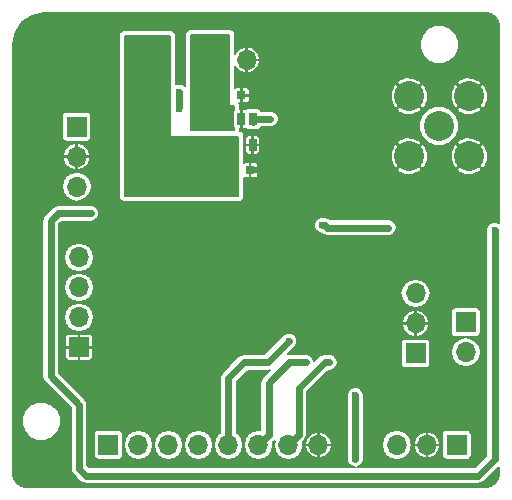
<source format=gbr>
G04 #@! TF.GenerationSoftware,KiCad,Pcbnew,(2017-04-02 revision 2c33fad45)-master*
G04 #@! TF.CreationDate,2017-04-07T18:54:23+05:30*
G04 #@! TF.ProjectId,LoRaBoard,4C6F5261426F6172642E6B696361645F,rev?*
G04 #@! TF.FileFunction,Copper,L2,Bot,Signal*
G04 #@! TF.FilePolarity,Positive*
%FSLAX46Y46*%
G04 Gerber Fmt 4.6, Leading zero omitted, Abs format (unit mm)*
G04 Created by KiCad (PCBNEW (2017-04-02 revision 2c33fad45)-master) date Fri Apr  7 18:54:23 2017*
%MOMM*%
%LPD*%
G01*
G04 APERTURE LIST*
%ADD10C,0.100000*%
%ADD11R,0.800000X0.750000*%
%ADD12R,1.700000X1.700000*%
%ADD13O,1.700000X1.700000*%
%ADD14R,0.500000X0.900000*%
%ADD15R,0.650000X1.060000*%
%ADD16C,2.540000*%
%ADD17C,0.600000*%
%ADD18C,0.600000*%
%ADD19C,1.000000*%
%ADD20C,0.450000*%
%ADD21C,0.550000*%
%ADD22C,0.400000*%
%ADD23C,0.200000*%
G04 APERTURE END LIST*
D10*
D11*
X157750000Y-104400000D03*
X156250000Y-104400000D03*
X157000000Y-110750000D03*
X158500000Y-110750000D03*
D12*
X143800000Y-107060000D03*
D13*
X143800000Y-109600000D03*
X143800000Y-112140000D03*
D12*
X172500000Y-126250000D03*
D13*
X172500000Y-123710000D03*
X172500000Y-121170000D03*
D12*
X176000000Y-134000000D03*
D13*
X173460000Y-134000000D03*
X170920000Y-134000000D03*
D12*
X144000000Y-125740000D03*
D13*
X144000000Y-123200000D03*
X144000000Y-120660000D03*
X144000000Y-118120000D03*
D12*
X146500000Y-134000000D03*
D13*
X149040000Y-134000000D03*
X151580000Y-134000000D03*
X154120000Y-134000000D03*
X156660000Y-134000000D03*
X159200000Y-134000000D03*
X161740000Y-134000000D03*
X164280000Y-134000000D03*
D12*
X176750000Y-123600000D03*
D13*
X176750000Y-126140000D03*
D12*
X155660000Y-101400000D03*
D13*
X158200000Y-101400000D03*
D14*
X153950000Y-105400000D03*
X152450000Y-105400000D03*
D15*
X156800000Y-106400000D03*
X157750000Y-106400000D03*
X158700000Y-106400000D03*
X158700000Y-108600000D03*
X156800000Y-108600000D03*
D16*
X174500000Y-107000000D03*
X177040000Y-104460000D03*
X177040000Y-109540000D03*
X171960000Y-104460000D03*
X171960000Y-109540000D03*
D12*
X149600000Y-101300000D03*
D17*
X148800000Y-103600000D03*
X154800000Y-111800000D03*
X156400000Y-112200000D03*
X164600000Y-115400000D03*
X170200000Y-115600000D03*
X145600000Y-104300000D03*
X169000000Y-128500000D03*
X163900000Y-110600000D03*
X170400000Y-116800000D03*
X146800000Y-105200000D03*
X166000000Y-109200000D03*
X150600000Y-115000000D03*
X169600000Y-125000000D03*
X165600000Y-106200000D03*
X155600000Y-127000000D03*
X150800000Y-125200000D03*
X155100000Y-106900000D03*
X167400000Y-129800000D03*
X167400000Y-135200000D03*
X165200000Y-127000000D03*
X163200000Y-127000000D03*
X161800000Y-125200000D03*
X152500000Y-104100000D03*
X160200000Y-106400000D03*
X179200000Y-115800000D03*
X145000000Y-114400000D03*
D18*
X148800000Y-103600000D02*
X149000000Y-103600000D01*
D19*
X154800000Y-111800000D02*
X154800000Y-111000000D01*
D18*
X156400000Y-112200000D02*
X156400000Y-111200000D01*
X156400000Y-111200000D02*
X156550000Y-111200000D01*
X156550000Y-111200000D02*
X157000000Y-110750000D01*
X165000000Y-115600000D02*
X164800000Y-115400000D01*
X164800000Y-115400000D02*
X164600000Y-115400000D01*
X170200000Y-115600000D02*
X165000000Y-115600000D01*
X145600000Y-104300000D02*
X145600000Y-104700000D01*
X169000000Y-128500000D02*
X168800000Y-128300000D01*
X168800000Y-128300000D02*
X168500000Y-128300000D01*
D20*
X163900000Y-110600000D02*
X164700000Y-110600000D01*
X164700000Y-110600000D02*
X164800000Y-110500000D01*
D18*
X170400000Y-116800000D02*
X171100000Y-116800000D01*
D21*
X161300001Y-109499999D02*
X160050000Y-110750000D01*
X160050000Y-110750000D02*
X158500000Y-110750000D01*
X165699999Y-109499999D02*
X161300001Y-109499999D01*
X146800000Y-105200000D02*
X146600000Y-105400000D01*
X166000000Y-109200000D02*
X165699999Y-109499999D01*
X150600000Y-115000000D02*
X150800000Y-115200000D01*
X169600000Y-125000000D02*
X169899999Y-124699999D01*
X165600000Y-106200000D02*
X165300001Y-106500001D01*
D18*
X155400000Y-126200000D02*
X155200000Y-126000000D01*
X155400000Y-126375736D02*
X155400000Y-126200000D01*
X155600000Y-127000000D02*
X155600000Y-126575736D01*
X155600000Y-126575736D02*
X155400000Y-126375736D01*
X150800000Y-125200000D02*
X151600000Y-125200000D01*
X155100000Y-106900000D02*
X155200000Y-106800000D01*
X167400000Y-135200000D02*
X167400000Y-129800000D01*
X162589999Y-129210001D02*
X164800000Y-127000000D01*
X164800000Y-127000000D02*
X165200000Y-127000000D01*
X161740000Y-134000000D02*
X162589999Y-133150001D01*
X162589999Y-133150001D02*
X162589999Y-129210001D01*
X161800000Y-127000000D02*
X163200000Y-127000000D01*
X160049999Y-128750001D02*
X161800000Y-127000000D01*
X159200000Y-134000000D02*
X160049999Y-133150001D01*
X160049999Y-133150001D02*
X160049999Y-128750001D01*
X158000000Y-127000000D02*
X160000000Y-127000000D01*
X160000000Y-127000000D02*
X161800000Y-125200000D01*
X156660000Y-128340000D02*
X158000000Y-127000000D01*
X156660000Y-134000000D02*
X156660000Y-128340000D01*
X152450000Y-105400000D02*
X152450000Y-104150000D01*
X152450000Y-104150000D02*
X152500000Y-104100000D01*
X158700000Y-106400000D02*
X160200000Y-106400000D01*
D22*
X158700000Y-106400000D02*
X158700000Y-106700000D01*
D18*
X179200000Y-135200000D02*
X179200000Y-115800000D01*
X177800000Y-136600000D02*
X179200000Y-135200000D01*
X144600000Y-136600000D02*
X177800000Y-136600000D01*
X144000000Y-136000000D02*
X144600000Y-136600000D01*
X144000000Y-130600000D02*
X144000000Y-136000000D01*
X141600000Y-128200000D02*
X144000000Y-130600000D01*
X141600000Y-115000000D02*
X141600000Y-128200000D01*
X142200000Y-114400000D02*
X141600000Y-115000000D01*
X145000000Y-114400000D02*
X142200000Y-114400000D01*
D23*
G36*
X151700000Y-107800000D02*
X151707879Y-107838906D01*
X151730273Y-107871681D01*
X151763654Y-107893161D01*
X151800000Y-107900000D01*
X157500000Y-107900000D01*
X157500000Y-112900000D01*
X147900000Y-112900000D01*
X147900000Y-99400000D01*
X151700000Y-99400000D01*
X151700000Y-107800000D01*
X151700000Y-107800000D01*
G37*
X151700000Y-107800000D02*
X151707879Y-107838906D01*
X151730273Y-107871681D01*
X151763654Y-107893161D01*
X151800000Y-107900000D01*
X157500000Y-107900000D01*
X157500000Y-112900000D01*
X147900000Y-112900000D01*
X147900000Y-99400000D01*
X151700000Y-99400000D01*
X151700000Y-107800000D01*
G36*
X156700000Y-105200000D02*
X156707879Y-105238906D01*
X156730273Y-105271681D01*
X156763654Y-105293161D01*
X156800000Y-105300000D01*
X157100000Y-105300000D01*
X157100000Y-105637121D01*
X157049296Y-105711329D01*
X157017164Y-105870000D01*
X157017164Y-106930000D01*
X157045056Y-107078231D01*
X157100000Y-107163617D01*
X157100000Y-107300000D01*
X153500000Y-107300000D01*
X153500000Y-99300000D01*
X156700000Y-99300000D01*
X156700000Y-105200000D01*
X156700000Y-105200000D01*
G37*
X156700000Y-105200000D02*
X156707879Y-105238906D01*
X156730273Y-105271681D01*
X156763654Y-105293161D01*
X156800000Y-105300000D01*
X157100000Y-105300000D01*
X157100000Y-105637121D01*
X157049296Y-105711329D01*
X157017164Y-105870000D01*
X157017164Y-106930000D01*
X157045056Y-107078231D01*
X157100000Y-107163617D01*
X157100000Y-107300000D01*
X153500000Y-107300000D01*
X153500000Y-99300000D01*
X156700000Y-99300000D01*
X156700000Y-105200000D01*
G36*
X178898443Y-97538071D02*
X179236227Y-97763771D01*
X179461929Y-98101557D01*
X179550000Y-98544320D01*
X179550000Y-115187384D01*
X179339850Y-115100122D01*
X179061372Y-115099879D01*
X178804000Y-115206223D01*
X178606915Y-115402964D01*
X178500122Y-115660150D01*
X178499879Y-115938628D01*
X178500000Y-115938921D01*
X178500000Y-134910050D01*
X177510050Y-135900000D01*
X167538921Y-135900000D01*
X167796000Y-135793777D01*
X167993085Y-135597036D01*
X168099878Y-135339850D01*
X168100121Y-135061372D01*
X168100000Y-135061079D01*
X168100000Y-133975511D01*
X169670000Y-133975511D01*
X169670000Y-134024489D01*
X169765151Y-134502843D01*
X170036117Y-134908372D01*
X170441646Y-135179338D01*
X170920000Y-135274489D01*
X171398354Y-135179338D01*
X171803883Y-134908372D01*
X172074849Y-134502843D01*
X172134183Y-134204550D01*
X172328335Y-134204550D01*
X172492756Y-134622049D01*
X172804431Y-134944847D01*
X173215911Y-135123800D01*
X173255451Y-135131662D01*
X173435000Y-135074709D01*
X173435000Y-134025000D01*
X173485000Y-134025000D01*
X173485000Y-135074709D01*
X173664549Y-135131662D01*
X173704089Y-135123800D01*
X174115569Y-134944847D01*
X174427244Y-134622049D01*
X174591665Y-134204550D01*
X174534731Y-134025000D01*
X173485000Y-134025000D01*
X173435000Y-134025000D01*
X172385269Y-134025000D01*
X172328335Y-134204550D01*
X172134183Y-134204550D01*
X172170000Y-134024489D01*
X172170000Y-133975511D01*
X172134184Y-133795450D01*
X172328335Y-133795450D01*
X172385269Y-133975000D01*
X173435000Y-133975000D01*
X173435000Y-132925291D01*
X173485000Y-132925291D01*
X173485000Y-133975000D01*
X174534731Y-133975000D01*
X174591665Y-133795450D01*
X174427244Y-133377951D01*
X174207148Y-133150000D01*
X174742164Y-133150000D01*
X174742164Y-134850000D01*
X174770056Y-134998231D01*
X174857660Y-135134372D01*
X174991329Y-135225704D01*
X175150000Y-135257836D01*
X176850000Y-135257836D01*
X176998231Y-135229944D01*
X177134372Y-135142340D01*
X177225704Y-135008671D01*
X177257836Y-134850000D01*
X177257836Y-133150000D01*
X177229944Y-133001769D01*
X177142340Y-132865628D01*
X177008671Y-132774296D01*
X176850000Y-132742164D01*
X175150000Y-132742164D01*
X175001769Y-132770056D01*
X174865628Y-132857660D01*
X174774296Y-132991329D01*
X174742164Y-133150000D01*
X174207148Y-133150000D01*
X174115569Y-133055153D01*
X173704089Y-132876200D01*
X173664549Y-132868338D01*
X173485000Y-132925291D01*
X173435000Y-132925291D01*
X173255451Y-132868338D01*
X173215911Y-132876200D01*
X172804431Y-133055153D01*
X172492756Y-133377951D01*
X172328335Y-133795450D01*
X172134184Y-133795450D01*
X172074849Y-133497157D01*
X171803883Y-133091628D01*
X171398354Y-132820662D01*
X170920000Y-132725511D01*
X170441646Y-132820662D01*
X170036117Y-133091628D01*
X169765151Y-133497157D01*
X169670000Y-133975511D01*
X168100000Y-133975511D01*
X168100000Y-129800000D01*
X168100121Y-129661372D01*
X167993777Y-129404000D01*
X167797036Y-129206915D01*
X167539850Y-129100122D01*
X167261372Y-129099879D01*
X167004000Y-129206223D01*
X166806915Y-129402964D01*
X166700122Y-129660150D01*
X166699879Y-129938628D01*
X166700000Y-129938921D01*
X166700000Y-135199962D01*
X166699879Y-135338628D01*
X166806223Y-135596000D01*
X167002964Y-135793085D01*
X167260150Y-135899878D01*
X167399962Y-135900000D01*
X144889950Y-135900000D01*
X144700000Y-135710050D01*
X144700000Y-133150000D01*
X145242164Y-133150000D01*
X145242164Y-134850000D01*
X145270056Y-134998231D01*
X145357660Y-135134372D01*
X145491329Y-135225704D01*
X145650000Y-135257836D01*
X147350000Y-135257836D01*
X147498231Y-135229944D01*
X147634372Y-135142340D01*
X147725704Y-135008671D01*
X147757836Y-134850000D01*
X147757836Y-133975511D01*
X147790000Y-133975511D01*
X147790000Y-134024489D01*
X147885151Y-134502843D01*
X148156117Y-134908372D01*
X148561646Y-135179338D01*
X149040000Y-135274489D01*
X149518354Y-135179338D01*
X149923883Y-134908372D01*
X150194849Y-134502843D01*
X150290000Y-134024489D01*
X150290000Y-133975511D01*
X150330000Y-133975511D01*
X150330000Y-134024489D01*
X150425151Y-134502843D01*
X150696117Y-134908372D01*
X151101646Y-135179338D01*
X151580000Y-135274489D01*
X152058354Y-135179338D01*
X152463883Y-134908372D01*
X152734849Y-134502843D01*
X152830000Y-134024489D01*
X152830000Y-133975511D01*
X152870000Y-133975511D01*
X152870000Y-134024489D01*
X152965151Y-134502843D01*
X153236117Y-134908372D01*
X153641646Y-135179338D01*
X154120000Y-135274489D01*
X154598354Y-135179338D01*
X155003883Y-134908372D01*
X155274849Y-134502843D01*
X155370000Y-134024489D01*
X155370000Y-133975511D01*
X155410000Y-133975511D01*
X155410000Y-134024489D01*
X155505151Y-134502843D01*
X155776117Y-134908372D01*
X156181646Y-135179338D01*
X156660000Y-135274489D01*
X157138354Y-135179338D01*
X157543883Y-134908372D01*
X157814849Y-134502843D01*
X157910000Y-134024489D01*
X157910000Y-133975511D01*
X157814849Y-133497157D01*
X157543883Y-133091628D01*
X157360000Y-132968761D01*
X157360000Y-128629950D01*
X158289950Y-127700000D01*
X160000000Y-127700000D01*
X160137375Y-127672675D01*
X159555024Y-128255026D01*
X159403283Y-128482122D01*
X159403283Y-128482123D01*
X159349999Y-128750001D01*
X159349999Y-132755348D01*
X159200000Y-132725511D01*
X158721646Y-132820662D01*
X158316117Y-133091628D01*
X158045151Y-133497157D01*
X157950000Y-133975511D01*
X157950000Y-134024489D01*
X158045151Y-134502843D01*
X158316117Y-134908372D01*
X158721646Y-135179338D01*
X159200000Y-135274489D01*
X159678354Y-135179338D01*
X160083883Y-134908372D01*
X160354849Y-134502843D01*
X160450000Y-134024489D01*
X160450000Y-133975511D01*
X160410918Y-133779032D01*
X160544974Y-133644976D01*
X160560315Y-133622017D01*
X160490000Y-133975511D01*
X160490000Y-134024489D01*
X160585151Y-134502843D01*
X160856117Y-134908372D01*
X161261646Y-135179338D01*
X161740000Y-135274489D01*
X162218354Y-135179338D01*
X162623883Y-134908372D01*
X162894849Y-134502843D01*
X162954183Y-134204550D01*
X163148335Y-134204550D01*
X163312756Y-134622049D01*
X163624431Y-134944847D01*
X164035911Y-135123800D01*
X164075451Y-135131662D01*
X164255000Y-135074709D01*
X164255000Y-134025000D01*
X164305000Y-134025000D01*
X164305000Y-135074709D01*
X164484549Y-135131662D01*
X164524089Y-135123800D01*
X164935569Y-134944847D01*
X165247244Y-134622049D01*
X165411665Y-134204550D01*
X165354731Y-134025000D01*
X164305000Y-134025000D01*
X164255000Y-134025000D01*
X163205269Y-134025000D01*
X163148335Y-134204550D01*
X162954183Y-134204550D01*
X162990000Y-134024489D01*
X162990000Y-133975511D01*
X162954184Y-133795450D01*
X163148335Y-133795450D01*
X163205269Y-133975000D01*
X164255000Y-133975000D01*
X164255000Y-132925291D01*
X164305000Y-132925291D01*
X164305000Y-133975000D01*
X165354731Y-133975000D01*
X165411665Y-133795450D01*
X165247244Y-133377951D01*
X164935569Y-133055153D01*
X164524089Y-132876200D01*
X164484549Y-132868338D01*
X164305000Y-132925291D01*
X164255000Y-132925291D01*
X164075451Y-132868338D01*
X164035911Y-132876200D01*
X163624431Y-133055153D01*
X163312756Y-133377951D01*
X163148335Y-133795450D01*
X162954184Y-133795450D01*
X162950918Y-133779032D01*
X163084974Y-133644976D01*
X163236715Y-133417880D01*
X163289999Y-133150001D01*
X163289999Y-129499951D01*
X165089949Y-127700000D01*
X165199962Y-127700000D01*
X165338628Y-127700121D01*
X165596000Y-127593777D01*
X165793085Y-127397036D01*
X165899878Y-127139850D01*
X165900121Y-126861372D01*
X165793777Y-126604000D01*
X165597036Y-126406915D01*
X165339850Y-126300122D01*
X165061372Y-126299879D01*
X165061079Y-126300000D01*
X164800000Y-126300000D01*
X164532122Y-126353284D01*
X164305025Y-126505025D01*
X164305023Y-126505028D01*
X163900079Y-126909972D01*
X163900121Y-126861372D01*
X163793777Y-126604000D01*
X163597036Y-126406915D01*
X163339850Y-126300122D01*
X163061372Y-126299879D01*
X163061079Y-126300000D01*
X161800000Y-126300000D01*
X161662624Y-126327326D01*
X162294543Y-125695406D01*
X162393085Y-125597036D01*
X162474901Y-125400000D01*
X171242164Y-125400000D01*
X171242164Y-127100000D01*
X171270056Y-127248231D01*
X171357660Y-127384372D01*
X171491329Y-127475704D01*
X171650000Y-127507836D01*
X173350000Y-127507836D01*
X173498231Y-127479944D01*
X173634372Y-127392340D01*
X173725704Y-127258671D01*
X173757836Y-127100000D01*
X173757836Y-126140000D01*
X175475511Y-126140000D01*
X175570662Y-126618354D01*
X175841628Y-127023883D01*
X176247157Y-127294849D01*
X176725511Y-127390000D01*
X176774489Y-127390000D01*
X177252843Y-127294849D01*
X177658372Y-127023883D01*
X177929338Y-126618354D01*
X178024489Y-126140000D01*
X177929338Y-125661646D01*
X177658372Y-125256117D01*
X177252843Y-124985151D01*
X176774489Y-124890000D01*
X176725511Y-124890000D01*
X176247157Y-124985151D01*
X175841628Y-125256117D01*
X175570662Y-125661646D01*
X175475511Y-126140000D01*
X173757836Y-126140000D01*
X173757836Y-125400000D01*
X173729944Y-125251769D01*
X173642340Y-125115628D01*
X173508671Y-125024296D01*
X173350000Y-124992164D01*
X171650000Y-124992164D01*
X171501769Y-125020056D01*
X171365628Y-125107660D01*
X171274296Y-125241329D01*
X171242164Y-125400000D01*
X162474901Y-125400000D01*
X162499878Y-125339850D01*
X162500121Y-125061372D01*
X162393777Y-124804000D01*
X162197036Y-124606915D01*
X161939850Y-124500122D01*
X161661372Y-124499879D01*
X161404000Y-124606223D01*
X161206915Y-124802964D01*
X161206793Y-124803258D01*
X159710050Y-126300000D01*
X158000000Y-126300000D01*
X157732122Y-126353284D01*
X157505025Y-126505025D01*
X156165025Y-127845025D01*
X156013284Y-128072121D01*
X155976902Y-128255026D01*
X155960000Y-128340000D01*
X155960000Y-132968761D01*
X155776117Y-133091628D01*
X155505151Y-133497157D01*
X155410000Y-133975511D01*
X155370000Y-133975511D01*
X155274849Y-133497157D01*
X155003883Y-133091628D01*
X154598354Y-132820662D01*
X154120000Y-132725511D01*
X153641646Y-132820662D01*
X153236117Y-133091628D01*
X152965151Y-133497157D01*
X152870000Y-133975511D01*
X152830000Y-133975511D01*
X152734849Y-133497157D01*
X152463883Y-133091628D01*
X152058354Y-132820662D01*
X151580000Y-132725511D01*
X151101646Y-132820662D01*
X150696117Y-133091628D01*
X150425151Y-133497157D01*
X150330000Y-133975511D01*
X150290000Y-133975511D01*
X150194849Y-133497157D01*
X149923883Y-133091628D01*
X149518354Y-132820662D01*
X149040000Y-132725511D01*
X148561646Y-132820662D01*
X148156117Y-133091628D01*
X147885151Y-133497157D01*
X147790000Y-133975511D01*
X147757836Y-133975511D01*
X147757836Y-133150000D01*
X147729944Y-133001769D01*
X147642340Y-132865628D01*
X147508671Y-132774296D01*
X147350000Y-132742164D01*
X145650000Y-132742164D01*
X145501769Y-132770056D01*
X145365628Y-132857660D01*
X145274296Y-132991329D01*
X145242164Y-133150000D01*
X144700000Y-133150000D01*
X144700000Y-130600005D01*
X144700001Y-130600000D01*
X144646716Y-130332121D01*
X144555762Y-130196000D01*
X144494975Y-130105025D01*
X144494972Y-130105023D01*
X142300000Y-127910050D01*
X142300000Y-125840000D01*
X142850000Y-125840000D01*
X142850000Y-126649673D01*
X142895672Y-126759936D01*
X142980063Y-126844328D01*
X143090326Y-126890000D01*
X143900000Y-126890000D01*
X143975000Y-126815000D01*
X143975000Y-125765000D01*
X144025000Y-125765000D01*
X144025000Y-126815000D01*
X144100000Y-126890000D01*
X144909674Y-126890000D01*
X145019937Y-126844328D01*
X145104328Y-126759936D01*
X145150000Y-126649673D01*
X145150000Y-125840000D01*
X145075000Y-125765000D01*
X144025000Y-125765000D01*
X143975000Y-125765000D01*
X142925000Y-125765000D01*
X142850000Y-125840000D01*
X142300000Y-125840000D01*
X142300000Y-124830327D01*
X142850000Y-124830327D01*
X142850000Y-125640000D01*
X142925000Y-125715000D01*
X143975000Y-125715000D01*
X143975000Y-124665000D01*
X144025000Y-124665000D01*
X144025000Y-125715000D01*
X145075000Y-125715000D01*
X145150000Y-125640000D01*
X145150000Y-124830327D01*
X145104328Y-124720064D01*
X145019937Y-124635672D01*
X144909674Y-124590000D01*
X144100000Y-124590000D01*
X144025000Y-124665000D01*
X143975000Y-124665000D01*
X143900000Y-124590000D01*
X143090326Y-124590000D01*
X142980063Y-124635672D01*
X142895672Y-124720064D01*
X142850000Y-124830327D01*
X142300000Y-124830327D01*
X142300000Y-123200000D01*
X142725511Y-123200000D01*
X142820662Y-123678354D01*
X143091628Y-124083883D01*
X143497157Y-124354849D01*
X143975511Y-124450000D01*
X144024489Y-124450000D01*
X144502843Y-124354849D01*
X144908372Y-124083883D01*
X145021517Y-123914549D01*
X171368338Y-123914549D01*
X171376200Y-123954089D01*
X171555153Y-124365569D01*
X171877951Y-124677244D01*
X172295450Y-124841665D01*
X172475000Y-124784731D01*
X172475000Y-123735000D01*
X172525000Y-123735000D01*
X172525000Y-124784731D01*
X172704550Y-124841665D01*
X173122049Y-124677244D01*
X173444847Y-124365569D01*
X173623800Y-123954089D01*
X173631662Y-123914549D01*
X173574709Y-123735000D01*
X172525000Y-123735000D01*
X172475000Y-123735000D01*
X171425291Y-123735000D01*
X171368338Y-123914549D01*
X145021517Y-123914549D01*
X145179338Y-123678354D01*
X145213730Y-123505451D01*
X171368338Y-123505451D01*
X171425291Y-123685000D01*
X172475000Y-123685000D01*
X172475000Y-122635269D01*
X172525000Y-122635269D01*
X172525000Y-123685000D01*
X173574709Y-123685000D01*
X173631662Y-123505451D01*
X173623800Y-123465911D01*
X173444847Y-123054431D01*
X173129552Y-122750000D01*
X175492164Y-122750000D01*
X175492164Y-124450000D01*
X175520056Y-124598231D01*
X175607660Y-124734372D01*
X175741329Y-124825704D01*
X175900000Y-124857836D01*
X177600000Y-124857836D01*
X177748231Y-124829944D01*
X177884372Y-124742340D01*
X177975704Y-124608671D01*
X178007836Y-124450000D01*
X178007836Y-122750000D01*
X177979944Y-122601769D01*
X177892340Y-122465628D01*
X177758671Y-122374296D01*
X177600000Y-122342164D01*
X175900000Y-122342164D01*
X175751769Y-122370056D01*
X175615628Y-122457660D01*
X175524296Y-122591329D01*
X175492164Y-122750000D01*
X173129552Y-122750000D01*
X173122049Y-122742756D01*
X172704550Y-122578335D01*
X172525000Y-122635269D01*
X172475000Y-122635269D01*
X172295450Y-122578335D01*
X171877951Y-122742756D01*
X171555153Y-123054431D01*
X171376200Y-123465911D01*
X171368338Y-123505451D01*
X145213730Y-123505451D01*
X145274489Y-123200000D01*
X145179338Y-122721646D01*
X144908372Y-122316117D01*
X144502843Y-122045151D01*
X144024489Y-121950000D01*
X143975511Y-121950000D01*
X143497157Y-122045151D01*
X143091628Y-122316117D01*
X142820662Y-122721646D01*
X142725511Y-123200000D01*
X142300000Y-123200000D01*
X142300000Y-120660000D01*
X142725511Y-120660000D01*
X142820662Y-121138354D01*
X143091628Y-121543883D01*
X143497157Y-121814849D01*
X143975511Y-121910000D01*
X144024489Y-121910000D01*
X144502843Y-121814849D01*
X144908372Y-121543883D01*
X145158192Y-121170000D01*
X171225511Y-121170000D01*
X171320662Y-121648354D01*
X171591628Y-122053883D01*
X171997157Y-122324849D01*
X172475511Y-122420000D01*
X172524489Y-122420000D01*
X173002843Y-122324849D01*
X173408372Y-122053883D01*
X173679338Y-121648354D01*
X173774489Y-121170000D01*
X173679338Y-120691646D01*
X173408372Y-120286117D01*
X173002843Y-120015151D01*
X172524489Y-119920000D01*
X172475511Y-119920000D01*
X171997157Y-120015151D01*
X171591628Y-120286117D01*
X171320662Y-120691646D01*
X171225511Y-121170000D01*
X145158192Y-121170000D01*
X145179338Y-121138354D01*
X145274489Y-120660000D01*
X145179338Y-120181646D01*
X144908372Y-119776117D01*
X144502843Y-119505151D01*
X144024489Y-119410000D01*
X143975511Y-119410000D01*
X143497157Y-119505151D01*
X143091628Y-119776117D01*
X142820662Y-120181646D01*
X142725511Y-120660000D01*
X142300000Y-120660000D01*
X142300000Y-118120000D01*
X142725511Y-118120000D01*
X142820662Y-118598354D01*
X143091628Y-119003883D01*
X143497157Y-119274849D01*
X143975511Y-119370000D01*
X144024489Y-119370000D01*
X144502843Y-119274849D01*
X144908372Y-119003883D01*
X145179338Y-118598354D01*
X145274489Y-118120000D01*
X145179338Y-117641646D01*
X144908372Y-117236117D01*
X144502843Y-116965151D01*
X144024489Y-116870000D01*
X143975511Y-116870000D01*
X143497157Y-116965151D01*
X143091628Y-117236117D01*
X142820662Y-117641646D01*
X142725511Y-118120000D01*
X142300000Y-118120000D01*
X142300000Y-115538628D01*
X163899879Y-115538628D01*
X164006223Y-115796000D01*
X164202964Y-115993085D01*
X164460150Y-116099878D01*
X164512431Y-116099924D01*
X164732121Y-116246716D01*
X165000000Y-116300001D01*
X165000005Y-116300000D01*
X170199962Y-116300000D01*
X170338628Y-116300121D01*
X170596000Y-116193777D01*
X170793085Y-115997036D01*
X170899878Y-115739850D01*
X170900121Y-115461372D01*
X170793777Y-115204000D01*
X170597036Y-115006915D01*
X170339850Y-114900122D01*
X170061372Y-114899879D01*
X170061079Y-114900000D01*
X165287455Y-114900000D01*
X165067879Y-114753284D01*
X164800000Y-114700000D01*
X164600038Y-114700000D01*
X164461372Y-114699879D01*
X164204000Y-114806223D01*
X164006915Y-115002964D01*
X163900122Y-115260150D01*
X163899879Y-115538628D01*
X142300000Y-115538628D01*
X142300000Y-115289950D01*
X142489950Y-115100000D01*
X144999962Y-115100000D01*
X145138628Y-115100121D01*
X145396000Y-114993777D01*
X145593085Y-114797036D01*
X145699878Y-114539850D01*
X145700121Y-114261372D01*
X145593777Y-114004000D01*
X145397036Y-113806915D01*
X145139850Y-113700122D01*
X144861372Y-113699879D01*
X144861079Y-113700000D01*
X142200000Y-113700000D01*
X141932121Y-113753284D01*
X141705025Y-113905025D01*
X141105025Y-114505025D01*
X140953284Y-114732121D01*
X140940578Y-114796000D01*
X140900000Y-115000000D01*
X140900000Y-128200000D01*
X140953284Y-128467879D01*
X141105025Y-128694975D01*
X143300000Y-130889949D01*
X143300000Y-136000000D01*
X143353284Y-136267879D01*
X143505025Y-136494975D01*
X144105025Y-137094975D01*
X144332121Y-137246716D01*
X144600000Y-137300000D01*
X177800000Y-137300000D01*
X178067879Y-137246716D01*
X178294975Y-137094975D01*
X179550000Y-135839950D01*
X179550000Y-136455680D01*
X179461929Y-136898443D01*
X179236227Y-137236229D01*
X178898443Y-137461929D01*
X178455680Y-137550000D01*
X139550000Y-137550000D01*
X139547160Y-137550565D01*
X139101557Y-137461929D01*
X138763771Y-137236227D01*
X138538071Y-136898443D01*
X138450000Y-136455680D01*
X138450000Y-132326765D01*
X139149715Y-132326765D01*
X139400383Y-132933429D01*
X139864130Y-133397986D01*
X140470355Y-133649713D01*
X141126765Y-133650285D01*
X141733429Y-133399617D01*
X142197986Y-132935870D01*
X142449713Y-132329645D01*
X142450285Y-131673235D01*
X142199617Y-131066571D01*
X141735870Y-130602014D01*
X141129645Y-130350287D01*
X140473235Y-130349715D01*
X139866571Y-130600383D01*
X139402014Y-131064130D01*
X139150287Y-131670355D01*
X139149715Y-132326765D01*
X138450000Y-132326765D01*
X138450000Y-112140000D01*
X142525511Y-112140000D01*
X142620662Y-112618354D01*
X142891628Y-113023883D01*
X143297157Y-113294849D01*
X143775511Y-113390000D01*
X143824489Y-113390000D01*
X144302843Y-113294849D01*
X144708372Y-113023883D01*
X144979338Y-112618354D01*
X145074489Y-112140000D01*
X144979338Y-111661646D01*
X144708372Y-111256117D01*
X144302843Y-110985151D01*
X143824489Y-110890000D01*
X143775511Y-110890000D01*
X143297157Y-110985151D01*
X142891628Y-111256117D01*
X142620662Y-111661646D01*
X142525511Y-112140000D01*
X138450000Y-112140000D01*
X138450000Y-109804549D01*
X142668338Y-109804549D01*
X142676200Y-109844089D01*
X142855153Y-110255569D01*
X143177951Y-110567244D01*
X143595450Y-110731665D01*
X143775000Y-110674731D01*
X143775000Y-109625000D01*
X143825000Y-109625000D01*
X143825000Y-110674731D01*
X144004550Y-110731665D01*
X144422049Y-110567244D01*
X144744847Y-110255569D01*
X144923800Y-109844089D01*
X144931662Y-109804549D01*
X144874709Y-109625000D01*
X143825000Y-109625000D01*
X143775000Y-109625000D01*
X142725291Y-109625000D01*
X142668338Y-109804549D01*
X138450000Y-109804549D01*
X138450000Y-109395451D01*
X142668338Y-109395451D01*
X142725291Y-109575000D01*
X143775000Y-109575000D01*
X143775000Y-108525269D01*
X143825000Y-108525269D01*
X143825000Y-109575000D01*
X144874709Y-109575000D01*
X144931662Y-109395451D01*
X144923800Y-109355911D01*
X144744847Y-108944431D01*
X144422049Y-108632756D01*
X144004550Y-108468335D01*
X143825000Y-108525269D01*
X143775000Y-108525269D01*
X143595450Y-108468335D01*
X143177951Y-108632756D01*
X142855153Y-108944431D01*
X142676200Y-109355911D01*
X142668338Y-109395451D01*
X138450000Y-109395451D01*
X138450000Y-106210000D01*
X142542164Y-106210000D01*
X142542164Y-107910000D01*
X142570056Y-108058231D01*
X142657660Y-108194372D01*
X142791329Y-108285704D01*
X142950000Y-108317836D01*
X144650000Y-108317836D01*
X144798231Y-108289944D01*
X144934372Y-108202340D01*
X145025704Y-108068671D01*
X145057836Y-107910000D01*
X145057836Y-106210000D01*
X145029944Y-106061769D01*
X144942340Y-105925628D01*
X144808671Y-105834296D01*
X144650000Y-105802164D01*
X142950000Y-105802164D01*
X142801769Y-105830056D01*
X142665628Y-105917660D01*
X142574296Y-106051329D01*
X142542164Y-106210000D01*
X138450000Y-106210000D01*
X138450000Y-100044319D01*
X138598053Y-99300000D01*
X147400000Y-99300000D01*
X147400000Y-113000000D01*
X147427356Y-113145383D01*
X147513277Y-113278908D01*
X147644378Y-113368486D01*
X147800000Y-113400000D01*
X157600000Y-113400000D01*
X157745383Y-113372644D01*
X157878908Y-113286723D01*
X157968486Y-113155622D01*
X158000000Y-113000000D01*
X158000000Y-111408297D01*
X158040326Y-111425000D01*
X158400000Y-111425000D01*
X158475000Y-111350000D01*
X158475000Y-110775000D01*
X158525000Y-110775000D01*
X158525000Y-111350000D01*
X158600000Y-111425000D01*
X158959674Y-111425000D01*
X159069937Y-111379328D01*
X159154328Y-111294936D01*
X159200000Y-111184673D01*
X159200000Y-110850000D01*
X159125000Y-110775000D01*
X158525000Y-110775000D01*
X158475000Y-110775000D01*
X158455000Y-110775000D01*
X158455000Y-110725000D01*
X158475000Y-110725000D01*
X158475000Y-110150000D01*
X158525000Y-110150000D01*
X158525000Y-110725000D01*
X159125000Y-110725000D01*
X159200000Y-110650000D01*
X159200000Y-110636407D01*
X170898949Y-110636407D01*
X171039437Y-110849577D01*
X171610665Y-111102176D01*
X172235075Y-111116946D01*
X172817607Y-110891642D01*
X172880563Y-110849577D01*
X173021051Y-110636407D01*
X175978949Y-110636407D01*
X176119437Y-110849577D01*
X176690665Y-111102176D01*
X177315075Y-111116946D01*
X177897607Y-110891642D01*
X177960563Y-110849577D01*
X178101051Y-110636407D01*
X177040000Y-109575355D01*
X175978949Y-110636407D01*
X173021051Y-110636407D01*
X171960000Y-109575355D01*
X170898949Y-110636407D01*
X159200000Y-110636407D01*
X159200000Y-110315327D01*
X159154328Y-110205064D01*
X159069937Y-110120672D01*
X158959674Y-110075000D01*
X158600000Y-110075000D01*
X158525000Y-110150000D01*
X158475000Y-110150000D01*
X158400000Y-110075000D01*
X158040326Y-110075000D01*
X158000000Y-110091703D01*
X158000000Y-109815075D01*
X170383054Y-109815075D01*
X170608358Y-110397607D01*
X170650423Y-110460563D01*
X170863593Y-110601051D01*
X171924645Y-109540000D01*
X171995355Y-109540000D01*
X173056407Y-110601051D01*
X173269577Y-110460563D01*
X173522176Y-109889335D01*
X173523932Y-109815075D01*
X175463054Y-109815075D01*
X175688358Y-110397607D01*
X175730423Y-110460563D01*
X175943593Y-110601051D01*
X177004645Y-109540000D01*
X177075355Y-109540000D01*
X178136407Y-110601051D01*
X178349577Y-110460563D01*
X178602176Y-109889335D01*
X178616946Y-109264925D01*
X178391642Y-108682393D01*
X178349577Y-108619437D01*
X178136407Y-108478949D01*
X177075355Y-109540000D01*
X177004645Y-109540000D01*
X175943593Y-108478949D01*
X175730423Y-108619437D01*
X175477824Y-109190665D01*
X175463054Y-109815075D01*
X173523932Y-109815075D01*
X173536946Y-109264925D01*
X173311642Y-108682393D01*
X173269577Y-108619437D01*
X173056407Y-108478949D01*
X171995355Y-109540000D01*
X171924645Y-109540000D01*
X170863593Y-108478949D01*
X170650423Y-108619437D01*
X170397824Y-109190665D01*
X170383054Y-109815075D01*
X158000000Y-109815075D01*
X158000000Y-108700000D01*
X158075000Y-108700000D01*
X158075000Y-109189674D01*
X158120672Y-109299937D01*
X158205064Y-109384328D01*
X158315327Y-109430000D01*
X158600000Y-109430000D01*
X158675000Y-109355000D01*
X158675000Y-108625000D01*
X158725000Y-108625000D01*
X158725000Y-109355000D01*
X158800000Y-109430000D01*
X159084673Y-109430000D01*
X159194936Y-109384328D01*
X159279328Y-109299937D01*
X159325000Y-109189674D01*
X159325000Y-108700000D01*
X159250000Y-108625000D01*
X158725000Y-108625000D01*
X158675000Y-108625000D01*
X158150000Y-108625000D01*
X158075000Y-108700000D01*
X158000000Y-108700000D01*
X158000000Y-108010326D01*
X158075000Y-108010326D01*
X158075000Y-108500000D01*
X158150000Y-108575000D01*
X158675000Y-108575000D01*
X158675000Y-107845000D01*
X158725000Y-107845000D01*
X158725000Y-108575000D01*
X159250000Y-108575000D01*
X159325000Y-108500000D01*
X159325000Y-108443593D01*
X170898949Y-108443593D01*
X171960000Y-109504645D01*
X173021051Y-108443593D01*
X172880563Y-108230423D01*
X172309335Y-107977824D01*
X171684925Y-107963054D01*
X171102393Y-108188358D01*
X171039437Y-108230423D01*
X170898949Y-108443593D01*
X159325000Y-108443593D01*
X159325000Y-108010326D01*
X159279328Y-107900063D01*
X159194936Y-107815672D01*
X159084673Y-107770000D01*
X158800000Y-107770000D01*
X158725000Y-107845000D01*
X158675000Y-107845000D01*
X158600000Y-107770000D01*
X158315327Y-107770000D01*
X158205064Y-107815672D01*
X158120672Y-107900063D01*
X158075000Y-108010326D01*
X158000000Y-108010326D01*
X158000000Y-107800000D01*
X157972644Y-107654617D01*
X157886723Y-107521092D01*
X157755622Y-107431514D01*
X157600000Y-107400000D01*
X157600000Y-107230000D01*
X157650000Y-107230000D01*
X157725000Y-107155000D01*
X157725000Y-106425000D01*
X157705000Y-106425000D01*
X157705000Y-106375000D01*
X157725000Y-106375000D01*
X157725000Y-105645000D01*
X157775000Y-105645000D01*
X157775000Y-106375000D01*
X157795000Y-106375000D01*
X157795000Y-106425000D01*
X157775000Y-106425000D01*
X157775000Y-107155000D01*
X157850000Y-107230000D01*
X158105532Y-107230000D01*
X158216329Y-107305704D01*
X158375000Y-107337836D01*
X159025000Y-107337836D01*
X159062785Y-107330726D01*
X172829711Y-107330726D01*
X173083418Y-107944743D01*
X173552786Y-108414931D01*
X174166359Y-108669709D01*
X174830726Y-108670289D01*
X175379371Y-108443593D01*
X175978949Y-108443593D01*
X177040000Y-109504645D01*
X178101051Y-108443593D01*
X177960563Y-108230423D01*
X177389335Y-107977824D01*
X176764925Y-107963054D01*
X176182393Y-108188358D01*
X176119437Y-108230423D01*
X175978949Y-108443593D01*
X175379371Y-108443593D01*
X175444743Y-108416582D01*
X175914931Y-107947214D01*
X176169709Y-107333641D01*
X176170289Y-106669274D01*
X175916582Y-106055257D01*
X175447214Y-105585069D01*
X175378189Y-105556407D01*
X175978949Y-105556407D01*
X176119437Y-105769577D01*
X176690665Y-106022176D01*
X177315075Y-106036946D01*
X177897607Y-105811642D01*
X177960563Y-105769577D01*
X178101051Y-105556407D01*
X177040000Y-104495355D01*
X175978949Y-105556407D01*
X175378189Y-105556407D01*
X174833641Y-105330291D01*
X174169274Y-105329711D01*
X173555257Y-105583418D01*
X173085069Y-106052786D01*
X172830291Y-106666359D01*
X172829711Y-107330726D01*
X159062785Y-107330726D01*
X159173231Y-107309944D01*
X159309372Y-107222340D01*
X159392963Y-107100000D01*
X160199962Y-107100000D01*
X160338628Y-107100121D01*
X160596000Y-106993777D01*
X160793085Y-106797036D01*
X160899878Y-106539850D01*
X160900121Y-106261372D01*
X160793777Y-106004000D01*
X160597036Y-105806915D01*
X160339850Y-105700122D01*
X160061372Y-105699879D01*
X160061079Y-105700000D01*
X159390936Y-105700000D01*
X159317340Y-105585628D01*
X159274574Y-105556407D01*
X170898949Y-105556407D01*
X171039437Y-105769577D01*
X171610665Y-106022176D01*
X172235075Y-106036946D01*
X172817607Y-105811642D01*
X172880563Y-105769577D01*
X173021051Y-105556407D01*
X171960000Y-104495355D01*
X170898949Y-105556407D01*
X159274574Y-105556407D01*
X159183671Y-105494296D01*
X159025000Y-105462164D01*
X158375000Y-105462164D01*
X158226769Y-105490056D01*
X158102532Y-105570000D01*
X157850000Y-105570000D01*
X157775000Y-105645000D01*
X157725000Y-105645000D01*
X157650000Y-105570000D01*
X157600000Y-105570000D01*
X157600000Y-105200000D01*
X157576479Y-105075000D01*
X157650000Y-105075000D01*
X157725000Y-105000000D01*
X157725000Y-104425000D01*
X157775000Y-104425000D01*
X157775000Y-105000000D01*
X157850000Y-105075000D01*
X158209674Y-105075000D01*
X158319937Y-105029328D01*
X158404328Y-104944936D01*
X158450000Y-104834673D01*
X158450000Y-104735075D01*
X170383054Y-104735075D01*
X170608358Y-105317607D01*
X170650423Y-105380563D01*
X170863593Y-105521051D01*
X171924645Y-104460000D01*
X171995355Y-104460000D01*
X173056407Y-105521051D01*
X173269577Y-105380563D01*
X173522176Y-104809335D01*
X173523932Y-104735075D01*
X175463054Y-104735075D01*
X175688358Y-105317607D01*
X175730423Y-105380563D01*
X175943593Y-105521051D01*
X177004645Y-104460000D01*
X177075355Y-104460000D01*
X178136407Y-105521051D01*
X178349577Y-105380563D01*
X178602176Y-104809335D01*
X178616946Y-104184925D01*
X178391642Y-103602393D01*
X178349577Y-103539437D01*
X178136407Y-103398949D01*
X177075355Y-104460000D01*
X177004645Y-104460000D01*
X175943593Y-103398949D01*
X175730423Y-103539437D01*
X175477824Y-104110665D01*
X175463054Y-104735075D01*
X173523932Y-104735075D01*
X173536946Y-104184925D01*
X173311642Y-103602393D01*
X173269577Y-103539437D01*
X173056407Y-103398949D01*
X171995355Y-104460000D01*
X171924645Y-104460000D01*
X170863593Y-103398949D01*
X170650423Y-103539437D01*
X170397824Y-104110665D01*
X170383054Y-104735075D01*
X158450000Y-104735075D01*
X158450000Y-104500000D01*
X158375000Y-104425000D01*
X157775000Y-104425000D01*
X157725000Y-104425000D01*
X157705000Y-104425000D01*
X157705000Y-104375000D01*
X157725000Y-104375000D01*
X157725000Y-103800000D01*
X157775000Y-103800000D01*
X157775000Y-104375000D01*
X158375000Y-104375000D01*
X158450000Y-104300000D01*
X158450000Y-103965327D01*
X158404328Y-103855064D01*
X158319937Y-103770672D01*
X158209674Y-103725000D01*
X157850000Y-103725000D01*
X157775000Y-103800000D01*
X157725000Y-103800000D01*
X157650000Y-103725000D01*
X157290326Y-103725000D01*
X157200000Y-103762414D01*
X157200000Y-103363593D01*
X170898949Y-103363593D01*
X171960000Y-104424645D01*
X173021051Y-103363593D01*
X175978949Y-103363593D01*
X177040000Y-104424645D01*
X178101051Y-103363593D01*
X177960563Y-103150423D01*
X177389335Y-102897824D01*
X176764925Y-102883054D01*
X176182393Y-103108358D01*
X176119437Y-103150423D01*
X175978949Y-103363593D01*
X173021051Y-103363593D01*
X172880563Y-103150423D01*
X172309335Y-102897824D01*
X171684925Y-102883054D01*
X171102393Y-103108358D01*
X171039437Y-103150423D01*
X170898949Y-103363593D01*
X157200000Y-103363593D01*
X157200000Y-101938875D01*
X157232756Y-102022049D01*
X157544431Y-102344847D01*
X157955911Y-102523800D01*
X157995451Y-102531662D01*
X158175000Y-102474709D01*
X158175000Y-101425000D01*
X158225000Y-101425000D01*
X158225000Y-102474709D01*
X158404549Y-102531662D01*
X158444089Y-102523800D01*
X158855569Y-102344847D01*
X159167244Y-102022049D01*
X159331665Y-101604550D01*
X159274731Y-101425000D01*
X158225000Y-101425000D01*
X158175000Y-101425000D01*
X158155000Y-101425000D01*
X158155000Y-101375000D01*
X158175000Y-101375000D01*
X158175000Y-100325291D01*
X158225000Y-100325291D01*
X158225000Y-101375000D01*
X159274731Y-101375000D01*
X159331665Y-101195450D01*
X159167244Y-100777951D01*
X158855569Y-100455153D01*
X158790295Y-100426765D01*
X172849715Y-100426765D01*
X173100383Y-101033429D01*
X173564130Y-101497986D01*
X174170355Y-101749713D01*
X174826765Y-101750285D01*
X175433429Y-101499617D01*
X175897986Y-101035870D01*
X176149713Y-100429645D01*
X176150285Y-99773235D01*
X175899617Y-99166571D01*
X175435870Y-98702014D01*
X174829645Y-98450287D01*
X174173235Y-98449715D01*
X173566571Y-98700383D01*
X173102014Y-99164130D01*
X172850287Y-99770355D01*
X172849715Y-100426765D01*
X158790295Y-100426765D01*
X158444089Y-100276200D01*
X158404549Y-100268338D01*
X158225000Y-100325291D01*
X158175000Y-100325291D01*
X157995451Y-100268338D01*
X157955911Y-100276200D01*
X157544431Y-100455153D01*
X157232756Y-100777951D01*
X157200000Y-100861125D01*
X157200000Y-99200000D01*
X157172644Y-99054617D01*
X157086723Y-98921092D01*
X156955622Y-98831514D01*
X156800000Y-98800000D01*
X153400000Y-98800000D01*
X153254617Y-98827356D01*
X153121092Y-98913277D01*
X153031514Y-99044378D01*
X153000000Y-99200000D01*
X153000000Y-103610059D01*
X152897036Y-103506915D01*
X152767880Y-103453285D01*
X152767879Y-103453284D01*
X152767878Y-103453284D01*
X152639850Y-103400122D01*
X152500005Y-103400000D01*
X152500000Y-103399999D01*
X152499995Y-103400000D01*
X152361372Y-103399879D01*
X152232123Y-103453284D01*
X152232121Y-103453284D01*
X152232119Y-103453285D01*
X152200000Y-103466557D01*
X152200000Y-99300000D01*
X152172644Y-99154617D01*
X152086723Y-99021092D01*
X151955622Y-98931514D01*
X151800000Y-98900000D01*
X147800000Y-98900000D01*
X147654617Y-98927356D01*
X147521092Y-99013277D01*
X147431514Y-99144378D01*
X147400000Y-99300000D01*
X138598053Y-99300000D01*
X138652251Y-99027532D01*
X139203112Y-98203112D01*
X140027532Y-97652251D01*
X141044320Y-97450000D01*
X178455680Y-97450000D01*
X178898443Y-97538071D01*
X178898443Y-97538071D01*
G37*
X178898443Y-97538071D02*
X179236227Y-97763771D01*
X179461929Y-98101557D01*
X179550000Y-98544320D01*
X179550000Y-115187384D01*
X179339850Y-115100122D01*
X179061372Y-115099879D01*
X178804000Y-115206223D01*
X178606915Y-115402964D01*
X178500122Y-115660150D01*
X178499879Y-115938628D01*
X178500000Y-115938921D01*
X178500000Y-134910050D01*
X177510050Y-135900000D01*
X167538921Y-135900000D01*
X167796000Y-135793777D01*
X167993085Y-135597036D01*
X168099878Y-135339850D01*
X168100121Y-135061372D01*
X168100000Y-135061079D01*
X168100000Y-133975511D01*
X169670000Y-133975511D01*
X169670000Y-134024489D01*
X169765151Y-134502843D01*
X170036117Y-134908372D01*
X170441646Y-135179338D01*
X170920000Y-135274489D01*
X171398354Y-135179338D01*
X171803883Y-134908372D01*
X172074849Y-134502843D01*
X172134183Y-134204550D01*
X172328335Y-134204550D01*
X172492756Y-134622049D01*
X172804431Y-134944847D01*
X173215911Y-135123800D01*
X173255451Y-135131662D01*
X173435000Y-135074709D01*
X173435000Y-134025000D01*
X173485000Y-134025000D01*
X173485000Y-135074709D01*
X173664549Y-135131662D01*
X173704089Y-135123800D01*
X174115569Y-134944847D01*
X174427244Y-134622049D01*
X174591665Y-134204550D01*
X174534731Y-134025000D01*
X173485000Y-134025000D01*
X173435000Y-134025000D01*
X172385269Y-134025000D01*
X172328335Y-134204550D01*
X172134183Y-134204550D01*
X172170000Y-134024489D01*
X172170000Y-133975511D01*
X172134184Y-133795450D01*
X172328335Y-133795450D01*
X172385269Y-133975000D01*
X173435000Y-133975000D01*
X173435000Y-132925291D01*
X173485000Y-132925291D01*
X173485000Y-133975000D01*
X174534731Y-133975000D01*
X174591665Y-133795450D01*
X174427244Y-133377951D01*
X174207148Y-133150000D01*
X174742164Y-133150000D01*
X174742164Y-134850000D01*
X174770056Y-134998231D01*
X174857660Y-135134372D01*
X174991329Y-135225704D01*
X175150000Y-135257836D01*
X176850000Y-135257836D01*
X176998231Y-135229944D01*
X177134372Y-135142340D01*
X177225704Y-135008671D01*
X177257836Y-134850000D01*
X177257836Y-133150000D01*
X177229944Y-133001769D01*
X177142340Y-132865628D01*
X177008671Y-132774296D01*
X176850000Y-132742164D01*
X175150000Y-132742164D01*
X175001769Y-132770056D01*
X174865628Y-132857660D01*
X174774296Y-132991329D01*
X174742164Y-133150000D01*
X174207148Y-133150000D01*
X174115569Y-133055153D01*
X173704089Y-132876200D01*
X173664549Y-132868338D01*
X173485000Y-132925291D01*
X173435000Y-132925291D01*
X173255451Y-132868338D01*
X173215911Y-132876200D01*
X172804431Y-133055153D01*
X172492756Y-133377951D01*
X172328335Y-133795450D01*
X172134184Y-133795450D01*
X172074849Y-133497157D01*
X171803883Y-133091628D01*
X171398354Y-132820662D01*
X170920000Y-132725511D01*
X170441646Y-132820662D01*
X170036117Y-133091628D01*
X169765151Y-133497157D01*
X169670000Y-133975511D01*
X168100000Y-133975511D01*
X168100000Y-129800000D01*
X168100121Y-129661372D01*
X167993777Y-129404000D01*
X167797036Y-129206915D01*
X167539850Y-129100122D01*
X167261372Y-129099879D01*
X167004000Y-129206223D01*
X166806915Y-129402964D01*
X166700122Y-129660150D01*
X166699879Y-129938628D01*
X166700000Y-129938921D01*
X166700000Y-135199962D01*
X166699879Y-135338628D01*
X166806223Y-135596000D01*
X167002964Y-135793085D01*
X167260150Y-135899878D01*
X167399962Y-135900000D01*
X144889950Y-135900000D01*
X144700000Y-135710050D01*
X144700000Y-133150000D01*
X145242164Y-133150000D01*
X145242164Y-134850000D01*
X145270056Y-134998231D01*
X145357660Y-135134372D01*
X145491329Y-135225704D01*
X145650000Y-135257836D01*
X147350000Y-135257836D01*
X147498231Y-135229944D01*
X147634372Y-135142340D01*
X147725704Y-135008671D01*
X147757836Y-134850000D01*
X147757836Y-133975511D01*
X147790000Y-133975511D01*
X147790000Y-134024489D01*
X147885151Y-134502843D01*
X148156117Y-134908372D01*
X148561646Y-135179338D01*
X149040000Y-135274489D01*
X149518354Y-135179338D01*
X149923883Y-134908372D01*
X150194849Y-134502843D01*
X150290000Y-134024489D01*
X150290000Y-133975511D01*
X150330000Y-133975511D01*
X150330000Y-134024489D01*
X150425151Y-134502843D01*
X150696117Y-134908372D01*
X151101646Y-135179338D01*
X151580000Y-135274489D01*
X152058354Y-135179338D01*
X152463883Y-134908372D01*
X152734849Y-134502843D01*
X152830000Y-134024489D01*
X152830000Y-133975511D01*
X152870000Y-133975511D01*
X152870000Y-134024489D01*
X152965151Y-134502843D01*
X153236117Y-134908372D01*
X153641646Y-135179338D01*
X154120000Y-135274489D01*
X154598354Y-135179338D01*
X155003883Y-134908372D01*
X155274849Y-134502843D01*
X155370000Y-134024489D01*
X155370000Y-133975511D01*
X155410000Y-133975511D01*
X155410000Y-134024489D01*
X155505151Y-134502843D01*
X155776117Y-134908372D01*
X156181646Y-135179338D01*
X156660000Y-135274489D01*
X157138354Y-135179338D01*
X157543883Y-134908372D01*
X157814849Y-134502843D01*
X157910000Y-134024489D01*
X157910000Y-133975511D01*
X157814849Y-133497157D01*
X157543883Y-133091628D01*
X157360000Y-132968761D01*
X157360000Y-128629950D01*
X158289950Y-127700000D01*
X160000000Y-127700000D01*
X160137375Y-127672675D01*
X159555024Y-128255026D01*
X159403283Y-128482122D01*
X159403283Y-128482123D01*
X159349999Y-128750001D01*
X159349999Y-132755348D01*
X159200000Y-132725511D01*
X158721646Y-132820662D01*
X158316117Y-133091628D01*
X158045151Y-133497157D01*
X157950000Y-133975511D01*
X157950000Y-134024489D01*
X158045151Y-134502843D01*
X158316117Y-134908372D01*
X158721646Y-135179338D01*
X159200000Y-135274489D01*
X159678354Y-135179338D01*
X160083883Y-134908372D01*
X160354849Y-134502843D01*
X160450000Y-134024489D01*
X160450000Y-133975511D01*
X160410918Y-133779032D01*
X160544974Y-133644976D01*
X160560315Y-133622017D01*
X160490000Y-133975511D01*
X160490000Y-134024489D01*
X160585151Y-134502843D01*
X160856117Y-134908372D01*
X161261646Y-135179338D01*
X161740000Y-135274489D01*
X162218354Y-135179338D01*
X162623883Y-134908372D01*
X162894849Y-134502843D01*
X162954183Y-134204550D01*
X163148335Y-134204550D01*
X163312756Y-134622049D01*
X163624431Y-134944847D01*
X164035911Y-135123800D01*
X164075451Y-135131662D01*
X164255000Y-135074709D01*
X164255000Y-134025000D01*
X164305000Y-134025000D01*
X164305000Y-135074709D01*
X164484549Y-135131662D01*
X164524089Y-135123800D01*
X164935569Y-134944847D01*
X165247244Y-134622049D01*
X165411665Y-134204550D01*
X165354731Y-134025000D01*
X164305000Y-134025000D01*
X164255000Y-134025000D01*
X163205269Y-134025000D01*
X163148335Y-134204550D01*
X162954183Y-134204550D01*
X162990000Y-134024489D01*
X162990000Y-133975511D01*
X162954184Y-133795450D01*
X163148335Y-133795450D01*
X163205269Y-133975000D01*
X164255000Y-133975000D01*
X164255000Y-132925291D01*
X164305000Y-132925291D01*
X164305000Y-133975000D01*
X165354731Y-133975000D01*
X165411665Y-133795450D01*
X165247244Y-133377951D01*
X164935569Y-133055153D01*
X164524089Y-132876200D01*
X164484549Y-132868338D01*
X164305000Y-132925291D01*
X164255000Y-132925291D01*
X164075451Y-132868338D01*
X164035911Y-132876200D01*
X163624431Y-133055153D01*
X163312756Y-133377951D01*
X163148335Y-133795450D01*
X162954184Y-133795450D01*
X162950918Y-133779032D01*
X163084974Y-133644976D01*
X163236715Y-133417880D01*
X163289999Y-133150001D01*
X163289999Y-129499951D01*
X165089949Y-127700000D01*
X165199962Y-127700000D01*
X165338628Y-127700121D01*
X165596000Y-127593777D01*
X165793085Y-127397036D01*
X165899878Y-127139850D01*
X165900121Y-126861372D01*
X165793777Y-126604000D01*
X165597036Y-126406915D01*
X165339850Y-126300122D01*
X165061372Y-126299879D01*
X165061079Y-126300000D01*
X164800000Y-126300000D01*
X164532122Y-126353284D01*
X164305025Y-126505025D01*
X164305023Y-126505028D01*
X163900079Y-126909972D01*
X163900121Y-126861372D01*
X163793777Y-126604000D01*
X163597036Y-126406915D01*
X163339850Y-126300122D01*
X163061372Y-126299879D01*
X163061079Y-126300000D01*
X161800000Y-126300000D01*
X161662624Y-126327326D01*
X162294543Y-125695406D01*
X162393085Y-125597036D01*
X162474901Y-125400000D01*
X171242164Y-125400000D01*
X171242164Y-127100000D01*
X171270056Y-127248231D01*
X171357660Y-127384372D01*
X171491329Y-127475704D01*
X171650000Y-127507836D01*
X173350000Y-127507836D01*
X173498231Y-127479944D01*
X173634372Y-127392340D01*
X173725704Y-127258671D01*
X173757836Y-127100000D01*
X173757836Y-126140000D01*
X175475511Y-126140000D01*
X175570662Y-126618354D01*
X175841628Y-127023883D01*
X176247157Y-127294849D01*
X176725511Y-127390000D01*
X176774489Y-127390000D01*
X177252843Y-127294849D01*
X177658372Y-127023883D01*
X177929338Y-126618354D01*
X178024489Y-126140000D01*
X177929338Y-125661646D01*
X177658372Y-125256117D01*
X177252843Y-124985151D01*
X176774489Y-124890000D01*
X176725511Y-124890000D01*
X176247157Y-124985151D01*
X175841628Y-125256117D01*
X175570662Y-125661646D01*
X175475511Y-126140000D01*
X173757836Y-126140000D01*
X173757836Y-125400000D01*
X173729944Y-125251769D01*
X173642340Y-125115628D01*
X173508671Y-125024296D01*
X173350000Y-124992164D01*
X171650000Y-124992164D01*
X171501769Y-125020056D01*
X171365628Y-125107660D01*
X171274296Y-125241329D01*
X171242164Y-125400000D01*
X162474901Y-125400000D01*
X162499878Y-125339850D01*
X162500121Y-125061372D01*
X162393777Y-124804000D01*
X162197036Y-124606915D01*
X161939850Y-124500122D01*
X161661372Y-124499879D01*
X161404000Y-124606223D01*
X161206915Y-124802964D01*
X161206793Y-124803258D01*
X159710050Y-126300000D01*
X158000000Y-126300000D01*
X157732122Y-126353284D01*
X157505025Y-126505025D01*
X156165025Y-127845025D01*
X156013284Y-128072121D01*
X155976902Y-128255026D01*
X155960000Y-128340000D01*
X155960000Y-132968761D01*
X155776117Y-133091628D01*
X155505151Y-133497157D01*
X155410000Y-133975511D01*
X155370000Y-133975511D01*
X155274849Y-133497157D01*
X155003883Y-133091628D01*
X154598354Y-132820662D01*
X154120000Y-132725511D01*
X153641646Y-132820662D01*
X153236117Y-133091628D01*
X152965151Y-133497157D01*
X152870000Y-133975511D01*
X152830000Y-133975511D01*
X152734849Y-133497157D01*
X152463883Y-133091628D01*
X152058354Y-132820662D01*
X151580000Y-132725511D01*
X151101646Y-132820662D01*
X150696117Y-133091628D01*
X150425151Y-133497157D01*
X150330000Y-133975511D01*
X150290000Y-133975511D01*
X150194849Y-133497157D01*
X149923883Y-133091628D01*
X149518354Y-132820662D01*
X149040000Y-132725511D01*
X148561646Y-132820662D01*
X148156117Y-133091628D01*
X147885151Y-133497157D01*
X147790000Y-133975511D01*
X147757836Y-133975511D01*
X147757836Y-133150000D01*
X147729944Y-133001769D01*
X147642340Y-132865628D01*
X147508671Y-132774296D01*
X147350000Y-132742164D01*
X145650000Y-132742164D01*
X145501769Y-132770056D01*
X145365628Y-132857660D01*
X145274296Y-132991329D01*
X145242164Y-133150000D01*
X144700000Y-133150000D01*
X144700000Y-130600005D01*
X144700001Y-130600000D01*
X144646716Y-130332121D01*
X144555762Y-130196000D01*
X144494975Y-130105025D01*
X144494972Y-130105023D01*
X142300000Y-127910050D01*
X142300000Y-125840000D01*
X142850000Y-125840000D01*
X142850000Y-126649673D01*
X142895672Y-126759936D01*
X142980063Y-126844328D01*
X143090326Y-126890000D01*
X143900000Y-126890000D01*
X143975000Y-126815000D01*
X143975000Y-125765000D01*
X144025000Y-125765000D01*
X144025000Y-126815000D01*
X144100000Y-126890000D01*
X144909674Y-126890000D01*
X145019937Y-126844328D01*
X145104328Y-126759936D01*
X145150000Y-126649673D01*
X145150000Y-125840000D01*
X145075000Y-125765000D01*
X144025000Y-125765000D01*
X143975000Y-125765000D01*
X142925000Y-125765000D01*
X142850000Y-125840000D01*
X142300000Y-125840000D01*
X142300000Y-124830327D01*
X142850000Y-124830327D01*
X142850000Y-125640000D01*
X142925000Y-125715000D01*
X143975000Y-125715000D01*
X143975000Y-124665000D01*
X144025000Y-124665000D01*
X144025000Y-125715000D01*
X145075000Y-125715000D01*
X145150000Y-125640000D01*
X145150000Y-124830327D01*
X145104328Y-124720064D01*
X145019937Y-124635672D01*
X144909674Y-124590000D01*
X144100000Y-124590000D01*
X144025000Y-124665000D01*
X143975000Y-124665000D01*
X143900000Y-124590000D01*
X143090326Y-124590000D01*
X142980063Y-124635672D01*
X142895672Y-124720064D01*
X142850000Y-124830327D01*
X142300000Y-124830327D01*
X142300000Y-123200000D01*
X142725511Y-123200000D01*
X142820662Y-123678354D01*
X143091628Y-124083883D01*
X143497157Y-124354849D01*
X143975511Y-124450000D01*
X144024489Y-124450000D01*
X144502843Y-124354849D01*
X144908372Y-124083883D01*
X145021517Y-123914549D01*
X171368338Y-123914549D01*
X171376200Y-123954089D01*
X171555153Y-124365569D01*
X171877951Y-124677244D01*
X172295450Y-124841665D01*
X172475000Y-124784731D01*
X172475000Y-123735000D01*
X172525000Y-123735000D01*
X172525000Y-124784731D01*
X172704550Y-124841665D01*
X173122049Y-124677244D01*
X173444847Y-124365569D01*
X173623800Y-123954089D01*
X173631662Y-123914549D01*
X173574709Y-123735000D01*
X172525000Y-123735000D01*
X172475000Y-123735000D01*
X171425291Y-123735000D01*
X171368338Y-123914549D01*
X145021517Y-123914549D01*
X145179338Y-123678354D01*
X145213730Y-123505451D01*
X171368338Y-123505451D01*
X171425291Y-123685000D01*
X172475000Y-123685000D01*
X172475000Y-122635269D01*
X172525000Y-122635269D01*
X172525000Y-123685000D01*
X173574709Y-123685000D01*
X173631662Y-123505451D01*
X173623800Y-123465911D01*
X173444847Y-123054431D01*
X173129552Y-122750000D01*
X175492164Y-122750000D01*
X175492164Y-124450000D01*
X175520056Y-124598231D01*
X175607660Y-124734372D01*
X175741329Y-124825704D01*
X175900000Y-124857836D01*
X177600000Y-124857836D01*
X177748231Y-124829944D01*
X177884372Y-124742340D01*
X177975704Y-124608671D01*
X178007836Y-124450000D01*
X178007836Y-122750000D01*
X177979944Y-122601769D01*
X177892340Y-122465628D01*
X177758671Y-122374296D01*
X177600000Y-122342164D01*
X175900000Y-122342164D01*
X175751769Y-122370056D01*
X175615628Y-122457660D01*
X175524296Y-122591329D01*
X175492164Y-122750000D01*
X173129552Y-122750000D01*
X173122049Y-122742756D01*
X172704550Y-122578335D01*
X172525000Y-122635269D01*
X172475000Y-122635269D01*
X172295450Y-122578335D01*
X171877951Y-122742756D01*
X171555153Y-123054431D01*
X171376200Y-123465911D01*
X171368338Y-123505451D01*
X145213730Y-123505451D01*
X145274489Y-123200000D01*
X145179338Y-122721646D01*
X144908372Y-122316117D01*
X144502843Y-122045151D01*
X144024489Y-121950000D01*
X143975511Y-121950000D01*
X143497157Y-122045151D01*
X143091628Y-122316117D01*
X142820662Y-122721646D01*
X142725511Y-123200000D01*
X142300000Y-123200000D01*
X142300000Y-120660000D01*
X142725511Y-120660000D01*
X142820662Y-121138354D01*
X143091628Y-121543883D01*
X143497157Y-121814849D01*
X143975511Y-121910000D01*
X144024489Y-121910000D01*
X144502843Y-121814849D01*
X144908372Y-121543883D01*
X145158192Y-121170000D01*
X171225511Y-121170000D01*
X171320662Y-121648354D01*
X171591628Y-122053883D01*
X171997157Y-122324849D01*
X172475511Y-122420000D01*
X172524489Y-122420000D01*
X173002843Y-122324849D01*
X173408372Y-122053883D01*
X173679338Y-121648354D01*
X173774489Y-121170000D01*
X173679338Y-120691646D01*
X173408372Y-120286117D01*
X173002843Y-120015151D01*
X172524489Y-119920000D01*
X172475511Y-119920000D01*
X171997157Y-120015151D01*
X171591628Y-120286117D01*
X171320662Y-120691646D01*
X171225511Y-121170000D01*
X145158192Y-121170000D01*
X145179338Y-121138354D01*
X145274489Y-120660000D01*
X145179338Y-120181646D01*
X144908372Y-119776117D01*
X144502843Y-119505151D01*
X144024489Y-119410000D01*
X143975511Y-119410000D01*
X143497157Y-119505151D01*
X143091628Y-119776117D01*
X142820662Y-120181646D01*
X142725511Y-120660000D01*
X142300000Y-120660000D01*
X142300000Y-118120000D01*
X142725511Y-118120000D01*
X142820662Y-118598354D01*
X143091628Y-119003883D01*
X143497157Y-119274849D01*
X143975511Y-119370000D01*
X144024489Y-119370000D01*
X144502843Y-119274849D01*
X144908372Y-119003883D01*
X145179338Y-118598354D01*
X145274489Y-118120000D01*
X145179338Y-117641646D01*
X144908372Y-117236117D01*
X144502843Y-116965151D01*
X144024489Y-116870000D01*
X143975511Y-116870000D01*
X143497157Y-116965151D01*
X143091628Y-117236117D01*
X142820662Y-117641646D01*
X142725511Y-118120000D01*
X142300000Y-118120000D01*
X142300000Y-115538628D01*
X163899879Y-115538628D01*
X164006223Y-115796000D01*
X164202964Y-115993085D01*
X164460150Y-116099878D01*
X164512431Y-116099924D01*
X164732121Y-116246716D01*
X165000000Y-116300001D01*
X165000005Y-116300000D01*
X170199962Y-116300000D01*
X170338628Y-116300121D01*
X170596000Y-116193777D01*
X170793085Y-115997036D01*
X170899878Y-115739850D01*
X170900121Y-115461372D01*
X170793777Y-115204000D01*
X170597036Y-115006915D01*
X170339850Y-114900122D01*
X170061372Y-114899879D01*
X170061079Y-114900000D01*
X165287455Y-114900000D01*
X165067879Y-114753284D01*
X164800000Y-114700000D01*
X164600038Y-114700000D01*
X164461372Y-114699879D01*
X164204000Y-114806223D01*
X164006915Y-115002964D01*
X163900122Y-115260150D01*
X163899879Y-115538628D01*
X142300000Y-115538628D01*
X142300000Y-115289950D01*
X142489950Y-115100000D01*
X144999962Y-115100000D01*
X145138628Y-115100121D01*
X145396000Y-114993777D01*
X145593085Y-114797036D01*
X145699878Y-114539850D01*
X145700121Y-114261372D01*
X145593777Y-114004000D01*
X145397036Y-113806915D01*
X145139850Y-113700122D01*
X144861372Y-113699879D01*
X144861079Y-113700000D01*
X142200000Y-113700000D01*
X141932121Y-113753284D01*
X141705025Y-113905025D01*
X141105025Y-114505025D01*
X140953284Y-114732121D01*
X140940578Y-114796000D01*
X140900000Y-115000000D01*
X140900000Y-128200000D01*
X140953284Y-128467879D01*
X141105025Y-128694975D01*
X143300000Y-130889949D01*
X143300000Y-136000000D01*
X143353284Y-136267879D01*
X143505025Y-136494975D01*
X144105025Y-137094975D01*
X144332121Y-137246716D01*
X144600000Y-137300000D01*
X177800000Y-137300000D01*
X178067879Y-137246716D01*
X178294975Y-137094975D01*
X179550000Y-135839950D01*
X179550000Y-136455680D01*
X179461929Y-136898443D01*
X179236227Y-137236229D01*
X178898443Y-137461929D01*
X178455680Y-137550000D01*
X139550000Y-137550000D01*
X139547160Y-137550565D01*
X139101557Y-137461929D01*
X138763771Y-137236227D01*
X138538071Y-136898443D01*
X138450000Y-136455680D01*
X138450000Y-132326765D01*
X139149715Y-132326765D01*
X139400383Y-132933429D01*
X139864130Y-133397986D01*
X140470355Y-133649713D01*
X141126765Y-133650285D01*
X141733429Y-133399617D01*
X142197986Y-132935870D01*
X142449713Y-132329645D01*
X142450285Y-131673235D01*
X142199617Y-131066571D01*
X141735870Y-130602014D01*
X141129645Y-130350287D01*
X140473235Y-130349715D01*
X139866571Y-130600383D01*
X139402014Y-131064130D01*
X139150287Y-131670355D01*
X139149715Y-132326765D01*
X138450000Y-132326765D01*
X138450000Y-112140000D01*
X142525511Y-112140000D01*
X142620662Y-112618354D01*
X142891628Y-113023883D01*
X143297157Y-113294849D01*
X143775511Y-113390000D01*
X143824489Y-113390000D01*
X144302843Y-113294849D01*
X144708372Y-113023883D01*
X144979338Y-112618354D01*
X145074489Y-112140000D01*
X144979338Y-111661646D01*
X144708372Y-111256117D01*
X144302843Y-110985151D01*
X143824489Y-110890000D01*
X143775511Y-110890000D01*
X143297157Y-110985151D01*
X142891628Y-111256117D01*
X142620662Y-111661646D01*
X142525511Y-112140000D01*
X138450000Y-112140000D01*
X138450000Y-109804549D01*
X142668338Y-109804549D01*
X142676200Y-109844089D01*
X142855153Y-110255569D01*
X143177951Y-110567244D01*
X143595450Y-110731665D01*
X143775000Y-110674731D01*
X143775000Y-109625000D01*
X143825000Y-109625000D01*
X143825000Y-110674731D01*
X144004550Y-110731665D01*
X144422049Y-110567244D01*
X144744847Y-110255569D01*
X144923800Y-109844089D01*
X144931662Y-109804549D01*
X144874709Y-109625000D01*
X143825000Y-109625000D01*
X143775000Y-109625000D01*
X142725291Y-109625000D01*
X142668338Y-109804549D01*
X138450000Y-109804549D01*
X138450000Y-109395451D01*
X142668338Y-109395451D01*
X142725291Y-109575000D01*
X143775000Y-109575000D01*
X143775000Y-108525269D01*
X143825000Y-108525269D01*
X143825000Y-109575000D01*
X144874709Y-109575000D01*
X144931662Y-109395451D01*
X144923800Y-109355911D01*
X144744847Y-108944431D01*
X144422049Y-108632756D01*
X144004550Y-108468335D01*
X143825000Y-108525269D01*
X143775000Y-108525269D01*
X143595450Y-108468335D01*
X143177951Y-108632756D01*
X142855153Y-108944431D01*
X142676200Y-109355911D01*
X142668338Y-109395451D01*
X138450000Y-109395451D01*
X138450000Y-106210000D01*
X142542164Y-106210000D01*
X142542164Y-107910000D01*
X142570056Y-108058231D01*
X142657660Y-108194372D01*
X142791329Y-108285704D01*
X142950000Y-108317836D01*
X144650000Y-108317836D01*
X144798231Y-108289944D01*
X144934372Y-108202340D01*
X145025704Y-108068671D01*
X145057836Y-107910000D01*
X145057836Y-106210000D01*
X145029944Y-106061769D01*
X144942340Y-105925628D01*
X144808671Y-105834296D01*
X144650000Y-105802164D01*
X142950000Y-105802164D01*
X142801769Y-105830056D01*
X142665628Y-105917660D01*
X142574296Y-106051329D01*
X142542164Y-106210000D01*
X138450000Y-106210000D01*
X138450000Y-100044319D01*
X138598053Y-99300000D01*
X147400000Y-99300000D01*
X147400000Y-113000000D01*
X147427356Y-113145383D01*
X147513277Y-113278908D01*
X147644378Y-113368486D01*
X147800000Y-113400000D01*
X157600000Y-113400000D01*
X157745383Y-113372644D01*
X157878908Y-113286723D01*
X157968486Y-113155622D01*
X158000000Y-113000000D01*
X158000000Y-111408297D01*
X158040326Y-111425000D01*
X158400000Y-111425000D01*
X158475000Y-111350000D01*
X158475000Y-110775000D01*
X158525000Y-110775000D01*
X158525000Y-111350000D01*
X158600000Y-111425000D01*
X158959674Y-111425000D01*
X159069937Y-111379328D01*
X159154328Y-111294936D01*
X159200000Y-111184673D01*
X159200000Y-110850000D01*
X159125000Y-110775000D01*
X158525000Y-110775000D01*
X158475000Y-110775000D01*
X158455000Y-110775000D01*
X158455000Y-110725000D01*
X158475000Y-110725000D01*
X158475000Y-110150000D01*
X158525000Y-110150000D01*
X158525000Y-110725000D01*
X159125000Y-110725000D01*
X159200000Y-110650000D01*
X159200000Y-110636407D01*
X170898949Y-110636407D01*
X171039437Y-110849577D01*
X171610665Y-111102176D01*
X172235075Y-111116946D01*
X172817607Y-110891642D01*
X172880563Y-110849577D01*
X173021051Y-110636407D01*
X175978949Y-110636407D01*
X176119437Y-110849577D01*
X176690665Y-111102176D01*
X177315075Y-111116946D01*
X177897607Y-110891642D01*
X177960563Y-110849577D01*
X178101051Y-110636407D01*
X177040000Y-109575355D01*
X175978949Y-110636407D01*
X173021051Y-110636407D01*
X171960000Y-109575355D01*
X170898949Y-110636407D01*
X159200000Y-110636407D01*
X159200000Y-110315327D01*
X159154328Y-110205064D01*
X159069937Y-110120672D01*
X158959674Y-110075000D01*
X158600000Y-110075000D01*
X158525000Y-110150000D01*
X158475000Y-110150000D01*
X158400000Y-110075000D01*
X158040326Y-110075000D01*
X158000000Y-110091703D01*
X158000000Y-109815075D01*
X170383054Y-109815075D01*
X170608358Y-110397607D01*
X170650423Y-110460563D01*
X170863593Y-110601051D01*
X171924645Y-109540000D01*
X171995355Y-109540000D01*
X173056407Y-110601051D01*
X173269577Y-110460563D01*
X173522176Y-109889335D01*
X173523932Y-109815075D01*
X175463054Y-109815075D01*
X175688358Y-110397607D01*
X175730423Y-110460563D01*
X175943593Y-110601051D01*
X177004645Y-109540000D01*
X177075355Y-109540000D01*
X178136407Y-110601051D01*
X178349577Y-110460563D01*
X178602176Y-109889335D01*
X178616946Y-109264925D01*
X178391642Y-108682393D01*
X178349577Y-108619437D01*
X178136407Y-108478949D01*
X177075355Y-109540000D01*
X177004645Y-109540000D01*
X175943593Y-108478949D01*
X175730423Y-108619437D01*
X175477824Y-109190665D01*
X175463054Y-109815075D01*
X173523932Y-109815075D01*
X173536946Y-109264925D01*
X173311642Y-108682393D01*
X173269577Y-108619437D01*
X173056407Y-108478949D01*
X171995355Y-109540000D01*
X171924645Y-109540000D01*
X170863593Y-108478949D01*
X170650423Y-108619437D01*
X170397824Y-109190665D01*
X170383054Y-109815075D01*
X158000000Y-109815075D01*
X158000000Y-108700000D01*
X158075000Y-108700000D01*
X158075000Y-109189674D01*
X158120672Y-109299937D01*
X158205064Y-109384328D01*
X158315327Y-109430000D01*
X158600000Y-109430000D01*
X158675000Y-109355000D01*
X158675000Y-108625000D01*
X158725000Y-108625000D01*
X158725000Y-109355000D01*
X158800000Y-109430000D01*
X159084673Y-109430000D01*
X159194936Y-109384328D01*
X159279328Y-109299937D01*
X159325000Y-109189674D01*
X159325000Y-108700000D01*
X159250000Y-108625000D01*
X158725000Y-108625000D01*
X158675000Y-108625000D01*
X158150000Y-108625000D01*
X158075000Y-108700000D01*
X158000000Y-108700000D01*
X158000000Y-108010326D01*
X158075000Y-108010326D01*
X158075000Y-108500000D01*
X158150000Y-108575000D01*
X158675000Y-108575000D01*
X158675000Y-107845000D01*
X158725000Y-107845000D01*
X158725000Y-108575000D01*
X159250000Y-108575000D01*
X159325000Y-108500000D01*
X159325000Y-108443593D01*
X170898949Y-108443593D01*
X171960000Y-109504645D01*
X173021051Y-108443593D01*
X172880563Y-108230423D01*
X172309335Y-107977824D01*
X171684925Y-107963054D01*
X171102393Y-108188358D01*
X171039437Y-108230423D01*
X170898949Y-108443593D01*
X159325000Y-108443593D01*
X159325000Y-108010326D01*
X159279328Y-107900063D01*
X159194936Y-107815672D01*
X159084673Y-107770000D01*
X158800000Y-107770000D01*
X158725000Y-107845000D01*
X158675000Y-107845000D01*
X158600000Y-107770000D01*
X158315327Y-107770000D01*
X158205064Y-107815672D01*
X158120672Y-107900063D01*
X158075000Y-108010326D01*
X158000000Y-108010326D01*
X158000000Y-107800000D01*
X157972644Y-107654617D01*
X157886723Y-107521092D01*
X157755622Y-107431514D01*
X157600000Y-107400000D01*
X157600000Y-107230000D01*
X157650000Y-107230000D01*
X157725000Y-107155000D01*
X157725000Y-106425000D01*
X157705000Y-106425000D01*
X157705000Y-106375000D01*
X157725000Y-106375000D01*
X157725000Y-105645000D01*
X157775000Y-105645000D01*
X157775000Y-106375000D01*
X157795000Y-106375000D01*
X157795000Y-106425000D01*
X157775000Y-106425000D01*
X157775000Y-107155000D01*
X157850000Y-107230000D01*
X158105532Y-107230000D01*
X158216329Y-107305704D01*
X158375000Y-107337836D01*
X159025000Y-107337836D01*
X159062785Y-107330726D01*
X172829711Y-107330726D01*
X173083418Y-107944743D01*
X173552786Y-108414931D01*
X174166359Y-108669709D01*
X174830726Y-108670289D01*
X175379371Y-108443593D01*
X175978949Y-108443593D01*
X177040000Y-109504645D01*
X178101051Y-108443593D01*
X177960563Y-108230423D01*
X177389335Y-107977824D01*
X176764925Y-107963054D01*
X176182393Y-108188358D01*
X176119437Y-108230423D01*
X175978949Y-108443593D01*
X175379371Y-108443593D01*
X175444743Y-108416582D01*
X175914931Y-107947214D01*
X176169709Y-107333641D01*
X176170289Y-106669274D01*
X175916582Y-106055257D01*
X175447214Y-105585069D01*
X175378189Y-105556407D01*
X175978949Y-105556407D01*
X176119437Y-105769577D01*
X176690665Y-106022176D01*
X177315075Y-106036946D01*
X177897607Y-105811642D01*
X177960563Y-105769577D01*
X178101051Y-105556407D01*
X177040000Y-104495355D01*
X175978949Y-105556407D01*
X175378189Y-105556407D01*
X174833641Y-105330291D01*
X174169274Y-105329711D01*
X173555257Y-105583418D01*
X173085069Y-106052786D01*
X172830291Y-106666359D01*
X172829711Y-107330726D01*
X159062785Y-107330726D01*
X159173231Y-107309944D01*
X159309372Y-107222340D01*
X159392963Y-107100000D01*
X160199962Y-107100000D01*
X160338628Y-107100121D01*
X160596000Y-106993777D01*
X160793085Y-106797036D01*
X160899878Y-106539850D01*
X160900121Y-106261372D01*
X160793777Y-106004000D01*
X160597036Y-105806915D01*
X160339850Y-105700122D01*
X160061372Y-105699879D01*
X160061079Y-105700000D01*
X159390936Y-105700000D01*
X159317340Y-105585628D01*
X159274574Y-105556407D01*
X170898949Y-105556407D01*
X171039437Y-105769577D01*
X171610665Y-106022176D01*
X172235075Y-106036946D01*
X172817607Y-105811642D01*
X172880563Y-105769577D01*
X173021051Y-105556407D01*
X171960000Y-104495355D01*
X170898949Y-105556407D01*
X159274574Y-105556407D01*
X159183671Y-105494296D01*
X159025000Y-105462164D01*
X158375000Y-105462164D01*
X158226769Y-105490056D01*
X158102532Y-105570000D01*
X157850000Y-105570000D01*
X157775000Y-105645000D01*
X157725000Y-105645000D01*
X157650000Y-105570000D01*
X157600000Y-105570000D01*
X157600000Y-105200000D01*
X157576479Y-105075000D01*
X157650000Y-105075000D01*
X157725000Y-105000000D01*
X157725000Y-104425000D01*
X157775000Y-104425000D01*
X157775000Y-105000000D01*
X157850000Y-105075000D01*
X158209674Y-105075000D01*
X158319937Y-105029328D01*
X158404328Y-104944936D01*
X158450000Y-104834673D01*
X158450000Y-104735075D01*
X170383054Y-104735075D01*
X170608358Y-105317607D01*
X170650423Y-105380563D01*
X170863593Y-105521051D01*
X171924645Y-104460000D01*
X171995355Y-104460000D01*
X173056407Y-105521051D01*
X173269577Y-105380563D01*
X173522176Y-104809335D01*
X173523932Y-104735075D01*
X175463054Y-104735075D01*
X175688358Y-105317607D01*
X175730423Y-105380563D01*
X175943593Y-105521051D01*
X177004645Y-104460000D01*
X177075355Y-104460000D01*
X178136407Y-105521051D01*
X178349577Y-105380563D01*
X178602176Y-104809335D01*
X178616946Y-104184925D01*
X178391642Y-103602393D01*
X178349577Y-103539437D01*
X178136407Y-103398949D01*
X177075355Y-104460000D01*
X177004645Y-104460000D01*
X175943593Y-103398949D01*
X175730423Y-103539437D01*
X175477824Y-104110665D01*
X175463054Y-104735075D01*
X173523932Y-104735075D01*
X173536946Y-104184925D01*
X173311642Y-103602393D01*
X173269577Y-103539437D01*
X173056407Y-103398949D01*
X171995355Y-104460000D01*
X171924645Y-104460000D01*
X170863593Y-103398949D01*
X170650423Y-103539437D01*
X170397824Y-104110665D01*
X170383054Y-104735075D01*
X158450000Y-104735075D01*
X158450000Y-104500000D01*
X158375000Y-104425000D01*
X157775000Y-104425000D01*
X157725000Y-104425000D01*
X157705000Y-104425000D01*
X157705000Y-104375000D01*
X157725000Y-104375000D01*
X157725000Y-103800000D01*
X157775000Y-103800000D01*
X157775000Y-104375000D01*
X158375000Y-104375000D01*
X158450000Y-104300000D01*
X158450000Y-103965327D01*
X158404328Y-103855064D01*
X158319937Y-103770672D01*
X158209674Y-103725000D01*
X157850000Y-103725000D01*
X157775000Y-103800000D01*
X157725000Y-103800000D01*
X157650000Y-103725000D01*
X157290326Y-103725000D01*
X157200000Y-103762414D01*
X157200000Y-103363593D01*
X170898949Y-103363593D01*
X171960000Y-104424645D01*
X173021051Y-103363593D01*
X175978949Y-103363593D01*
X177040000Y-104424645D01*
X178101051Y-103363593D01*
X177960563Y-103150423D01*
X177389335Y-102897824D01*
X176764925Y-102883054D01*
X176182393Y-103108358D01*
X176119437Y-103150423D01*
X175978949Y-103363593D01*
X173021051Y-103363593D01*
X172880563Y-103150423D01*
X172309335Y-102897824D01*
X171684925Y-102883054D01*
X171102393Y-103108358D01*
X171039437Y-103150423D01*
X170898949Y-103363593D01*
X157200000Y-103363593D01*
X157200000Y-101938875D01*
X157232756Y-102022049D01*
X157544431Y-102344847D01*
X157955911Y-102523800D01*
X157995451Y-102531662D01*
X158175000Y-102474709D01*
X158175000Y-101425000D01*
X158225000Y-101425000D01*
X158225000Y-102474709D01*
X158404549Y-102531662D01*
X158444089Y-102523800D01*
X158855569Y-102344847D01*
X159167244Y-102022049D01*
X159331665Y-101604550D01*
X159274731Y-101425000D01*
X158225000Y-101425000D01*
X158175000Y-101425000D01*
X158155000Y-101425000D01*
X158155000Y-101375000D01*
X158175000Y-101375000D01*
X158175000Y-100325291D01*
X158225000Y-100325291D01*
X158225000Y-101375000D01*
X159274731Y-101375000D01*
X159331665Y-101195450D01*
X159167244Y-100777951D01*
X158855569Y-100455153D01*
X158790295Y-100426765D01*
X172849715Y-100426765D01*
X173100383Y-101033429D01*
X173564130Y-101497986D01*
X174170355Y-101749713D01*
X174826765Y-101750285D01*
X175433429Y-101499617D01*
X175897986Y-101035870D01*
X176149713Y-100429645D01*
X176150285Y-99773235D01*
X175899617Y-99166571D01*
X175435870Y-98702014D01*
X174829645Y-98450287D01*
X174173235Y-98449715D01*
X173566571Y-98700383D01*
X173102014Y-99164130D01*
X172850287Y-99770355D01*
X172849715Y-100426765D01*
X158790295Y-100426765D01*
X158444089Y-100276200D01*
X158404549Y-100268338D01*
X158225000Y-100325291D01*
X158175000Y-100325291D01*
X157995451Y-100268338D01*
X157955911Y-100276200D01*
X157544431Y-100455153D01*
X157232756Y-100777951D01*
X157200000Y-100861125D01*
X157200000Y-99200000D01*
X157172644Y-99054617D01*
X157086723Y-98921092D01*
X156955622Y-98831514D01*
X156800000Y-98800000D01*
X153400000Y-98800000D01*
X153254617Y-98827356D01*
X153121092Y-98913277D01*
X153031514Y-99044378D01*
X153000000Y-99200000D01*
X153000000Y-103610059D01*
X152897036Y-103506915D01*
X152767880Y-103453285D01*
X152767879Y-103453284D01*
X152767878Y-103453284D01*
X152639850Y-103400122D01*
X152500005Y-103400000D01*
X152500000Y-103399999D01*
X152499995Y-103400000D01*
X152361372Y-103399879D01*
X152232123Y-103453284D01*
X152232121Y-103453284D01*
X152232119Y-103453285D01*
X152200000Y-103466557D01*
X152200000Y-99300000D01*
X152172644Y-99154617D01*
X152086723Y-99021092D01*
X151955622Y-98931514D01*
X151800000Y-98900000D01*
X147800000Y-98900000D01*
X147654617Y-98927356D01*
X147521092Y-99013277D01*
X147431514Y-99144378D01*
X147400000Y-99300000D01*
X138598053Y-99300000D01*
X138652251Y-99027532D01*
X139203112Y-98203112D01*
X140027532Y-97652251D01*
X141044320Y-97450000D01*
X178455680Y-97450000D01*
X178898443Y-97538071D01*
M02*

</source>
